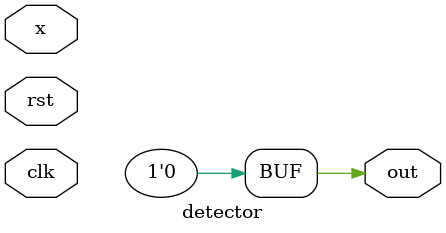
<source format=v>
`timescale 1ns / 1ps

module detector(input wire x,clk,rst, output reg out);
localparam start=4'b0000,
           got1=4'b0001,
           got10=4'b0010,
           got101=4'b0011,
           got1011=4'b0100,
           got10110=4'b0101,
           got101100=4'b0110,
           got1011001=4'b0111,
           got10110010=4'b1000,
           finish=4'b1001;
reg[3:0] p_state, n_state;

always@(posedge rst, posedge clk)
    if(rst) p_state<=4'b0000;
    else p_state<=n_state;
    
always@(p_state,x) begin
    out=0;
    case(p_state)
        start:if(x) n_state=got1;
              else n_state=start;
        got1:if(~x) n_state=got10;
              else n_state=got1;
        got10:if(x) n_state=got101;
              else n_state=start;
        got101:if(x) n_state=got1011;
              else n_state=got10;
        got1011:if(~x) n_state=got10110;
              else n_state=got1;
        got10110:if(~x) n_state=got101100;
              else n_state=got101;
        got101100:if(x) n_state=got1011001;
              else n_state=start;
        got1011001:if(~x) n_state=got10110010;
              else n_state=got1;
        got10110010:if(x) n_state=finish;
              else n_state=start;
        start:begin
              out=1;
              if(x) n_state=got1011;
              else n_state=got10;
              end
        default:n_state=start;
    endcase
  end

endmodule

</source>
